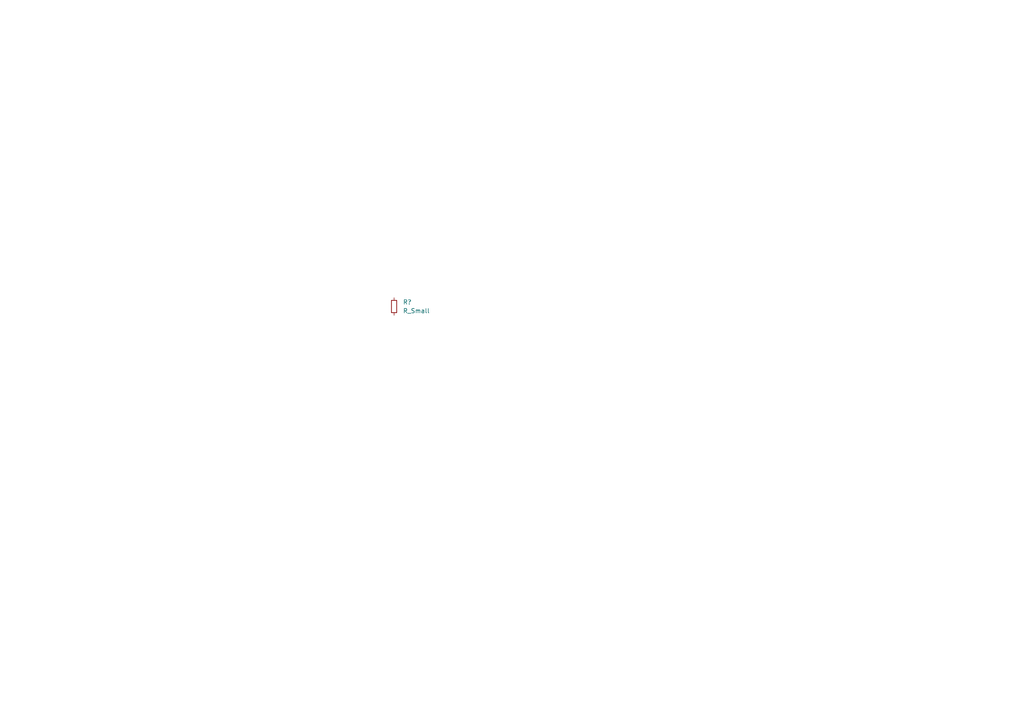
<source format=kicad_sch>
(kicad_sch (version 20211123) (generator eeschema)

  (uuid b3dc6ebf-2791-42b3-a514-444efd66de71)

  (paper "A4")

  (lib_symbols
    (symbol "Device:R_Small" (pin_numbers hide) (pin_names (offset 0.254) hide) (in_bom yes) (on_board yes)
      (property "Reference" "R" (id 0) (at 0.762 0.508 0)
        (effects (font (size 1.27 1.27)) (justify left))
      )
      (property "Value" "R_Small" (id 1) (at 0.762 -1.016 0)
        (effects (font (size 1.27 1.27)) (justify left))
      )
      (property "Footprint" "" (id 2) (at 0 0 0)
        (effects (font (size 1.27 1.27)) hide)
      )
      (property "Datasheet" "~" (id 3) (at 0 0 0)
        (effects (font (size 1.27 1.27)) hide)
      )
      (property "ki_keywords" "R resistor" (id 4) (at 0 0 0)
        (effects (font (size 1.27 1.27)) hide)
      )
      (property "ki_description" "Resistor, small symbol" (id 5) (at 0 0 0)
        (effects (font (size 1.27 1.27)) hide)
      )
      (property "ki_fp_filters" "R_*" (id 6) (at 0 0 0)
        (effects (font (size 1.27 1.27)) hide)
      )
      (symbol "R_Small_0_1"
        (rectangle (start -0.762 1.778) (end 0.762 -1.778)
          (stroke (width 0.2032) (type default) (color 0 0 0 0))
          (fill (type none))
        )
      )
      (symbol "R_Small_1_1"
        (pin passive line (at 0 2.54 270) (length 0.762)
          (name "~" (effects (font (size 1.27 1.27))))
          (number "1" (effects (font (size 1.27 1.27))))
        )
        (pin passive line (at 0 -2.54 90) (length 0.762)
          (name "~" (effects (font (size 1.27 1.27))))
          (number "2" (effects (font (size 1.27 1.27))))
        )
      )
    )
  )


  (symbol (lib_id "Device:R_Small") (at 114.3 88.9 0) (unit 1)
    (in_bom yes) (on_board yes) (fields_autoplaced)
    (uuid 525f23b9-a23c-4305-afe1-22811746f220)
    (property "Reference" "R?" (id 0) (at 116.84 87.6299 0)
      (effects (font (size 1.27 1.27)) (justify left))
    )
    (property "Value" "R_Small" (id 1) (at 116.84 90.1699 0)
      (effects (font (size 1.27 1.27)) (justify left))
    )
    (property "Footprint" "" (id 2) (at 114.3 88.9 0)
      (effects (font (size 1.27 1.27)) hide)
    )
    (property "Datasheet" "~" (id 3) (at 114.3 88.9 0)
      (effects (font (size 1.27 1.27)) hide)
    )
    (pin "1" (uuid 6cd77dcc-687e-4bef-bdd7-1e33399d0f19))
    (pin "2" (uuid 7fe6591b-8f40-443d-8aeb-5a9e439d5b11))
  )

  (sheet_instances
    (path "/" (page "1"))
  )

  (symbol_instances
    (path "/525f23b9-a23c-4305-afe1-22811746f220"
      (reference "R?") (unit 1) (value "R_Small") (footprint "")
    )
  )
)

</source>
